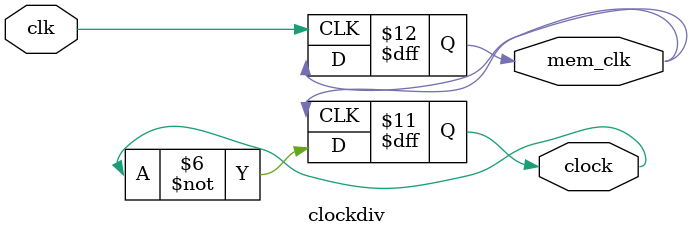
<source format=v>
module clockdiv(clk,clock,mem_clk);
	input clk;
	output clock, mem_clk;
	reg clock, mem_clk;
	reg [10:0] counter;
	always @(posedge clk)
	begin
		counter <= counter + 1;
		//if (counter==125)
		if(counter==50000000)
		begin
			mem_clk <= ~mem_clk;
			counter <= 0;
		end
	end
		
	always @(posedge mem_clk)
	begin
		clock <= ~clock;
	end
endmodule

</source>
